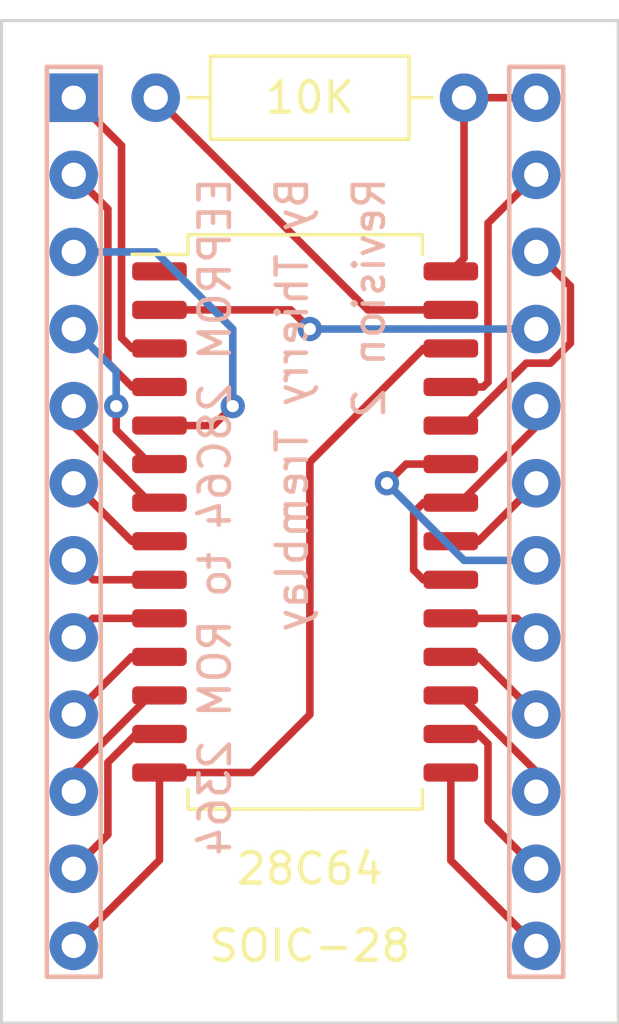
<source format=kicad_pcb>
(kicad_pcb (version 20221018) (generator pcbnew)
  (title_block (title "SOP-28 to DIP-24 ROM adapter.") (date "2024-03-24") (rev "2") (company "Thierry Tremblay"))
  (layers (0 "F.Cu" signal) (31 "B.Cu" signal) (34 "B.Paste" user) (35 "F.Paste" user) (36 "B.SilkS" user "B.Silkscreen") (37 "F.SilkS" user "F.Silkscreen") (38 "B.Mask" user) (39 "F.Mask" user) (44 "Edge.Cuts" user))
  (net 0 "")
  (net 1 "GND")
  (net 2 "/A12")
  (net 3 "/A7")
  (net 4 "/A6")
  (net 5 "/A5")
  (net 6 "/A4")
  (net 7 "/A3")
  (net 8 "/A2")
  (net 9 "/A1")
  (net 10 "/A0")
  (net 11 "/D0")
  (net 12 "/D1")
  (net 13 "/D2")
  (net 14 "/D3")
  (net 15 "/D4")
  (net 16 "/D5")
  (net 17 "/D6")
  (net 18 "/D7")
  (net 19 "Net-(U1-~{WE})")
  (net 20 "/A10")
  (net 21 "/A11")
  (net 22 "/A9")
  (net 23 "/A8")
  (net 24 "VCC")
  (net 26 "Net-(U1-~{CS})")
  (footprint "Resistor_THT:R_Axial_DIN0207_L6.3mm_D2.5mm_P10.16mm_Horizontal" (layer "F.Cu") (at 139.7 81.28 180)
    (fp_text reference "10K" (at 5.08 0) (layer "F.SilkS"))
    (fp_text value "10K")
    (fp_line (start 1.04 0) (end 1.81 0) (stroke (width 0.12)) (layer "F.SilkS"))
    (fp_line (start 1.81 -1.37) (end 1.81 1.37) (stroke (width 0.12)) (layer "F.SilkS"))
    (fp_line (start 1.81 1.37) (end 8.35 1.37) (stroke (width 0.12)) (layer "F.SilkS"))
    (fp_line (start 8.35 -1.37) (end 1.81 -1.37) (stroke (width 0.12)) (layer "F.SilkS"))
    (fp_line (start 8.35 1.37) (end 8.35 -1.37) (stroke (width 0.12)) (layer "F.SilkS"))
    (fp_line (start 9.12 0) (end 8.35 0) (stroke (width 0.12)) (layer "F.SilkS"))
    (pad "1" thru_hole circle (at 0 0 180) (size 1.6 1.6) (drill 0.8) (layers "*.Cu" "*.Mask") (net 24 "VCC"))
    (pad "2" thru_hole oval (at 10.16 0 180) (size 1.6 1.6) (drill 0.8) (layers "*.Cu" "*.Mask") (net 19 "Net-(U1-~{WE})"))
  )
  (footprint "Package_SO:SOIC-28W_7.5x18.7mm_P1.27mm" (layer "F.Cu") (at 134.465 95.255)
    (fp_text reference "28C64" (at 0.155 11.425) (layer "F.SilkS"))
    (fp_text value "EPROM_28")
    (fp_line (start -3.86 -9.46) (end -3.86 -8.815) (stroke (width 0.12)) (layer "F.SilkS"))
    (fp_line (start -3.86 -8.815) (end -5.7 -8.815) (stroke (width 0.12)) (layer "F.SilkS"))
    (fp_line (start -3.86 9.46) (end -3.86 8.815) (stroke (width 0.12)) (layer "F.SilkS"))
    (fp_line (start 0 -9.46) (end -3.86 -9.46) (stroke (width 0.12)) (layer "F.SilkS"))
    (fp_line (start 0 -9.46) (end 3.86 -9.46) (stroke (width 0.12)) (layer "F.SilkS"))
    (fp_line (start 0 9.46) (end -3.86 9.46) (stroke (width 0.12)) (layer "F.SilkS"))
    (fp_line (start 0 9.46) (end 3.86 9.46) (stroke (width 0.12)) (layer "F.SilkS"))
    (fp_line (start 3.86 -9.46) (end 3.86 -8.815) (stroke (width 0.12)) (layer "F.SilkS"))
    (fp_line (start 3.86 9.46) (end 3.86 8.815) (stroke (width 0.12)) (layer "F.SilkS"))
    (pad "1" smd roundrect (at -4.8 -8.255) (size 1.8 0.6) (layers "F.Cu" "F.Paste" "F.Mask"))
    (pad "2" smd roundrect (at -4.8 -6.985) (size 1.8 0.6) (layers "F.Cu" "F.Paste" "F.Mask") (net 2 "/A12"))
    (pad "3" smd roundrect (at -4.8 -5.715) (size 1.8 0.6) (layers "F.Cu" "F.Paste" "F.Mask") (net 3 "/A7"))
    (pad "4" smd roundrect (at -4.8 -4.445) (size 1.8 0.6) (layers "F.Cu" "F.Paste" "F.Mask") (net 4 "/A6"))
    (pad "5" smd roundrect (at -4.8 -3.175) (size 1.8 0.6) (layers "F.Cu" "F.Paste" "F.Mask") (net 5 "/A5"))
    (pad "6" smd roundrect (at -4.8 -1.905) (size 1.8 0.6) (layers "F.Cu" "F.Paste" "F.Mask") (net 6 "/A4"))
    (pad "7" smd roundrect (at -4.8 -0.635) (size 1.8 0.6) (layers "F.Cu" "F.Paste" "F.Mask") (net 7 "/A3"))
    (pad "8" smd roundrect (at -4.8 0.635) (size 1.8 0.6) (layers "F.Cu" "F.Paste" "F.Mask") (net 8 "/A2"))
    (pad "9" smd roundrect (at -4.8 1.905) (size 1.8 0.6) (layers "F.Cu" "F.Paste" "F.Mask") (net 9 "/A1"))
    (pad "10" smd roundrect (at -4.8 3.175) (size 1.8 0.6) (layers "F.Cu" "F.Paste" "F.Mask") (net 10 "/A0"))
    (pad "11" smd roundrect (at -4.8 4.445) (size 1.8 0.6) (layers "F.Cu" "F.Paste" "F.Mask") (net 11 "/D0"))
    (pad "12" smd roundrect (at -4.8 5.715) (size 1.8 0.6) (layers "F.Cu" "F.Paste" "F.Mask") (net 12 "/D1"))
    (pad "13" smd roundrect (at -4.8 6.985) (size 1.8 0.6) (layers "F.Cu" "F.Paste" "F.Mask") (net 13 "/D2"))
    (pad "14" smd roundrect (at -4.8 8.255) (size 1.8 0.6) (layers "F.Cu" "F.Paste" "F.Mask") (net 1 "GND"))
    (pad "15" smd roundrect (at 4.8 8.255) (size 1.8 0.6) (layers "F.Cu" "F.Paste" "F.Mask") (net 14 "/D3"))
    (pad "16" smd roundrect (at 4.8 6.985) (size 1.8 0.6) (layers "F.Cu" "F.Paste" "F.Mask") (net 15 "/D4"))
    (pad "17" smd roundrect (at 4.8 5.715) (size 1.8 0.6) (layers "F.Cu" "F.Paste" "F.Mask") (net 16 "/D5"))
    (pad "18" smd roundrect (at 4.8 4.445) (size 1.8 0.6) (layers "F.Cu" "F.Paste" "F.Mask") (net 17 "/D6"))
    (pad "19" smd roundrect (at 4.8 3.175) (size 1.8 0.6) (layers "F.Cu" "F.Paste" "F.Mask") (net 18 "/D7"))
    (pad "20" smd roundrect (at 4.8 1.905) (size 1.8 0.6) (layers "F.Cu" "F.Paste" "F.Mask") (net 26 "Net-(U1-~{CS})"))
    (pad "21" smd roundrect (at 4.8 0.635) (size 1.8 0.6) (layers "F.Cu" "F.Paste" "F.Mask") (net 20 "/A10"))
    (pad "22" smd roundrect (at 4.8 -0.635) (size 1.8 0.6) (layers "F.Cu" "F.Paste" "F.Mask") (net 26 "Net-(U1-~{CS})"))
    (pad "23" smd roundrect (at 4.8 -1.905) (size 1.8 0.6) (layers "F.Cu" "F.Paste" "F.Mask") (net 21 "/A11"))
    (pad "24" smd roundrect (at 4.8 -3.175) (size 1.8 0.6) (layers "F.Cu" "F.Paste" "F.Mask") (net 22 "/A9"))
    (pad "25" smd roundrect (at 4.8 -4.445) (size 1.8 0.6) (layers "F.Cu" "F.Paste" "F.Mask") (net 23 "/A8"))
    (pad "26" smd roundrect (at 4.8 -5.715) (size 1.8 0.6) (layers "F.Cu" "F.Paste" "F.Mask") (net 1 "GND"))
    (pad "27" smd roundrect (at 4.8 -6.985) (size 1.8 0.6) (layers "F.Cu" "F.Paste" "F.Mask") (net 19 "Net-(U1-~{WE})"))
    (pad "28" smd roundrect (at 4.8 -8.255) (size 1.8 0.6) (layers "F.Cu" "F.Paste" "F.Mask") (net 24 "VCC"))
  )
  (footprint "Library:DIP-24_W15.24mm-Notch" (layer "F.Cu") (at 126.84 81.28)
    (fp_text reference "U2" hide)
    (fp_text value "ROM_24" hide)
    (fp_line (start -0.889 -1.016) (end 0.889 -1.016) (stroke (width 0.15)) (layer "B.SilkS"))
    (fp_line (start -0.889 28.956) (end -0.889 -1.016) (stroke (width 0.15)) (layer "B.SilkS"))
    (fp_line (start 0.889 -1.016) (end 0.889 28.956) (stroke (width 0.15)) (layer "B.SilkS"))
    (fp_line (start 0.889 28.956) (end -0.889 28.956) (stroke (width 0.15)) (layer "B.SilkS"))
    (fp_line (start 14.351 -1.016) (end 16.129 -1.016) (stroke (width 0.15)) (layer "B.SilkS"))
    (fp_line (start 14.351 28.956) (end 14.351 -1.016) (stroke (width 0.15)) (layer "B.SilkS"))
    (fp_line (start 16.129 -1.016) (end 16.129 28.956) (stroke (width 0.15)) (layer "B.SilkS"))
    (fp_line (start 16.129 28.956) (end 14.351 28.956) (stroke (width 0.15)) (layer "B.SilkS"))
    (pad "1" thru_hole rect (at 0 0) (size 1.6 1.6) (drill 0.8) (layers "*.Cu" "*.Mask") (net 3 "/A7"))
    (pad "2" thru_hole oval (at 0 2.54) (size 1.6 1.6) (drill 0.8) (layers "*.Cu" "*.Mask") (net 4 "/A6"))
    (pad "3" thru_hole oval (at 0 5.08) (size 1.6 1.6) (drill 0.8) (layers "*.Cu" "*.Mask") (net 5 "/A5"))
    (pad "4" thru_hole oval (at 0 7.62) (size 1.6 1.6) (drill 0.8) (layers "*.Cu" "*.Mask") (net 6 "/A4"))
    (pad "5" thru_hole oval (at 0 10.16) (size 1.6 1.6) (drill 0.8) (layers "*.Cu" "*.Mask") (net 7 "/A3"))
    (pad "6" thru_hole oval (at 0 12.7) (size 1.6 1.6) (drill 0.8) (layers "*.Cu" "*.Mask") (net 8 "/A2"))
    (pad "7" thru_hole oval (at 0 15.24) (size 1.6 1.6) (drill 0.8) (layers "*.Cu" "*.Mask") (net 9 "/A1"))
    (pad "8" thru_hole oval (at 0 17.78) (size 1.6 1.6) (drill 0.8) (layers "*.Cu" "*.Mask") (net 10 "/A0"))
    (pad "9" thru_hole oval (at 0 20.32) (size 1.6 1.6) (drill 0.8) (layers "*.Cu" "*.Mask") (net 11 "/D0"))
    (pad "10" thru_hole oval (at 0 22.86) (size 1.6 1.6) (drill 0.8) (layers "*.Cu" "*.Mask") (net 12 "/D1"))
    (pad "11" thru_hole oval (at 0 25.4) (size 1.6 1.6) (drill 0.8) (layers "*.Cu" "*.Mask") (net 13 "/D2"))
    (pad "12" thru_hole oval (at 0 27.94) (size 1.6 1.6) (drill 0.8) (layers "*.Cu" "*.Mask") (net 1 "GND"))
    (pad "13" thru_hole oval (at 15.24 27.94) (size 1.6 1.6) (drill 0.8) (layers "*.Cu" "*.Mask") (net 14 "/D3"))
    (pad "14" thru_hole oval (at 15.24 25.4) (size 1.6 1.6) (drill 0.8) (layers "*.Cu" "*.Mask") (net 15 "/D4"))
    (pad "15" thru_hole oval (at 15.24 22.86) (size 1.6 1.6) (drill 0.8) (layers "*.Cu" "*.Mask") (net 16 "/D5"))
    (pad "16" thru_hole oval (at 15.24 20.32) (size 1.6 1.6) (drill 0.8) (layers "*.Cu" "*.Mask") (net 17 "/D6"))
    (pad "17" thru_hole oval (at 15.24 17.78) (size 1.6 1.6) (drill 0.8) (layers "*.Cu" "*.Mask") (net 18 "/D7"))
    (pad "18" thru_hole oval (at 15.24 15.24) (size 1.6 1.6) (drill 0.8) (layers "*.Cu" "*.Mask") (net 21 "/A11"))
    (pad "19" thru_hole oval (at 15.24 12.7) (size 1.6 1.6) (drill 0.8) (layers "*.Cu" "*.Mask") (net 20 "/A10"))
    (pad "20" thru_hole oval (at 15.24 10.16) (size 1.6 1.6) (drill 0.8) (layers "*.Cu" "*.Mask") (net 26 "Net-(U1-~{CS})"))
    (pad "21" thru_hole oval (at 15.24 7.62) (size 1.6 1.6) (drill 0.8) (layers "*.Cu" "*.Mask") (net 2 "/A12"))
    (pad "22" thru_hole oval (at 15.24 5.08) (size 1.6 1.6) (drill 0.8) (layers "*.Cu" "*.Mask") (net 22 "/A9"))
    (pad "23" thru_hole oval (at 15.24 2.54) (size 1.6 1.6) (drill 0.8) (layers "*.Cu" "*.Mask") (net 23 "/A8"))
    (pad "24" thru_hole oval (at 15.24 0) (size 1.6 1.6) (drill 0.8) (layers "*.Cu" "*.Mask") (net 24 "VCC"))
  )
  (gr_rect (start 124.46 78.74) (end 144.78 111.76) (stroke (width 0.1)) (fill none) (layer "Edge.Cuts"))
  (gr_text "EEPROM 28C64 to ROM 2364\n" (at 132.08 83.82 90) (layer "B.SilkS") (effects (font (size 1 1)) (justify left bottom mirror)))
  (gr_text "By Thierry Tremblay" (at 134.62 83.82 90) (layer "B.SilkS") (effects (font (size 1 1)) (justify left bottom mirror)))
  (gr_text "Revision 2" (at 137.16 83.82 90) (layer "B.SilkS") (effects (font (size 1 1)) (justify left bottom mirror)))
  (gr_text "SOIC-28" (at 134.62 109.22) (layer "F.SilkS") (effects (font (size 1 1))))
  (segment (start 134.62 93.285001) (end 138.365001 89.54) (width 0.25) (layer "F.Cu") (net 1))
  (segment (start 126.84 109.22) (end 129.665 106.395) (width 0.25) (layer "F.Cu") (net 1))
  (segment (start 134.62 101.6) (end 134.62 93.285001) (width 0.25) (layer "F.Cu") (net 1))
  (segment (start 129.665 106.395) (end 129.665 103.51) (width 0.25) (layer "F.Cu") (net 1))
  (segment (start 138.365001 89.54) (end 139.265 89.54) (width 0.25) (layer "F.Cu") (net 1))
  (segment (start 129.665 103.51) (end 132.71 103.51) (width 0.25) (layer "F.Cu") (net 1))
  (segment (start 132.71 103.51) (end 134.62 101.6) (width 0.25) (layer "F.Cu") (net 1))
  (segment (start 133.99 88.27) (end 129.665 88.27) (width 0.25) (layer "F.Cu") (net 2))
  (segment (start 134.62 88.9) (end 133.99 88.27) (width 0.25) (layer "F.Cu") (net 2))
  (via (at 134.62 88.9) (size 0.8) (drill 0.4) (layers "F.Cu" "B.Cu") (net 2))
  (segment (start 134.62 88.9) (end 142.08 88.9) (width 0.25) (layer "B.Cu") (net 2))
  (segment (start 128.415 82.855) (end 126.84 81.28) (width 0.25) (layer "F.Cu") (net 3))
  (segment (start 129.665 89.54) (end 128.765001 89.54) (width 0.25) (layer "F.Cu") (net 3))
  (segment (start 128.415 89.189999) (end 128.415 82.855) (width 0.25) (layer "F.Cu") (net 3))
  (segment (start 128.765001 89.54) (end 128.415 89.189999) (width 0.25) (layer "F.Cu") (net 3))
  (segment (start 127.965 84.945) (end 126.84 83.82) (width 0.25) (layer "F.Cu") (net 4))
  (segment (start 128.765001 90.81) (end 127.965 90.009999) (width 0.25) (layer "F.Cu") (net 4))
  (segment (start 129.665 90.81) (end 128.765001 90.81) (width 0.25) (layer "F.Cu") (net 4))
  (segment (start 127.965 90.009999) (end 127.965 84.945) (width 0.25) (layer "F.Cu") (net 4))
  (segment (start 131.44 92.08) (end 132.08 91.44) (width 0.25) (layer "F.Cu") (net 5))
  (segment (start 129.665 92.08) (end 131.44 92.08) (width 0.25) (layer "F.Cu") (net 5))
  (via (at 132.08 91.44) (size 0.8) (drill 0.4) (layers "F.Cu" "B.Cu") (net 5))
  (segment (start 132.08 88.9) (end 129.54 86.36) (width 0.25) (layer "B.Cu") (net 5))
  (segment (start 132.08 91.44) (end 132.08 88.9) (width 0.25) (layer "B.Cu") (net 5))
  (segment (start 129.54 86.36) (end 126.84 86.36) (width 0.25) (layer "B.Cu") (net 5))
  (segment (start 128.239503 92.230411) (end 128.239503 91.44) (width 0.25) (layer "F.Cu") (net 6))
  (segment (start 129.665 93.35) (end 129.359092 93.35) (width 0.25) (layer "F.Cu") (net 6))
  (segment (start 129.359092 93.35) (end 128.239503 92.230411) (width 0.25) (layer "F.Cu") (net 6))
  (via (at 128.239503 91.44) (size 0.8) (drill 0.4) (layers "F.Cu" "B.Cu") (net 6))
  (segment (start 128.239503 90.299503) (end 126.84 88.9) (width 0.25) (layer "B.Cu") (net 6))
  (segment (start 128.239503 91.44) (end 128.239503 90.299503) (width 0.25) (layer "B.Cu") (net 6))
  (segment (start 129.665 94.62) (end 129.359092 94.62) (width 0.25) (layer "F.Cu") (net 7))
  (segment (start 126.84 92.100908) (end 126.84 91.44) (width 0.25) (layer "F.Cu") (net 7))
  (segment (start 129.359092 94.62) (end 126.84 92.100908) (width 0.25) (layer "F.Cu") (net 7))
  (segment (start 129.665 95.89) (end 128.75 95.89) (width 0.25) (layer "F.Cu") (net 8))
  (segment (start 128.75 95.89) (end 126.84 93.98) (width 0.25) (layer "F.Cu") (net 8))
  (segment (start 129.665 97.16) (end 127.48 97.16) (width 0.25) (layer "F.Cu") (net 9))
  (segment (start 127.48 97.16) (end 126.84 96.52) (width 0.25) (layer "F.Cu") (net 9))
  (segment (start 127.47 98.43) (end 126.84 99.06) (width 0.25) (layer "F.Cu") (net 10))
  (segment (start 129.665 98.43) (end 127.47 98.43) (width 0.25) (layer "F.Cu") (net 10))
  (segment (start 128.74 99.7) (end 126.84 101.6) (width 0.25) (layer "F.Cu") (net 11))
  (segment (start 129.665 99.7) (end 128.74 99.7) (width 0.25) (layer "F.Cu") (net 11))
  (segment (start 129.359092 100.97) (end 129.665 100.97) (width 0.25) (layer "F.Cu") (net 12))
  (segment (start 126.84 103.489092) (end 129.359092 100.97) (width 0.25) (layer "F.Cu") (net 12))
  (segment (start 126.84 104.14) (end 126.84 103.489092) (width 0.25) (layer "F.Cu") (net 12))
  (segment (start 127.965 105.555) (end 127.965 103.175) (width 0.25) (layer "F.Cu") (net 13))
  (segment (start 128.9 102.24) (end 129.665 102.24) (width 0.25) (layer "F.Cu") (net 13))
  (segment (start 126.84 106.68) (end 127.965 105.555) (width 0.25) (layer "F.Cu") (net 13))
  (segment (start 127.965 103.175) (end 128.9 102.24) (width 0.25) (layer "F.Cu") (net 13))
  (segment (start 142.08 109.22) (end 139.265 106.405) (width 0.25) (layer "F.Cu") (net 14))
  (segment (start 139.265 106.405) (end 139.265 103.51) (width 0.25) (layer "F.Cu") (net 14))
  (segment (start 140.49 105.09) (end 142.08 106.68) (width 0.25) (layer "F.Cu") (net 15))
  (segment (start 140.164999 102.24) (end 140.49 102.565001) (width 0.25) (layer "F.Cu") (net 15))
  (segment (start 140.49 102.565001) (end 140.49 105.09) (width 0.25) (layer "F.Cu") (net 15))
  (segment (start 139.265 102.24) (end 140.164999 102.24) (width 0.25) (layer "F.Cu") (net 15))
  (segment (start 142.08 104.14) (end 142.08 103.479092) (width 0.25) (layer "F.Cu") (net 16))
  (segment (start 139.570908 100.97) (end 139.265 100.97) (width 0.25) (layer "F.Cu") (net 16))
  (segment (start 142.08 103.479092) (end 139.570908 100.97) (width 0.25) (layer "F.Cu") (net 16))
  (segment (start 142.08 101.6) (end 140.18 99.7) (width 0.25) (layer "F.Cu") (net 17))
  (segment (start 140.18 99.7) (end 139.265 99.7) (width 0.25) (layer "F.Cu") (net 17))
  (segment (start 139.265 98.43) (end 141.45 98.43) (width 0.25) (layer "F.Cu") (net 18))
  (segment (start 141.45 98.43) (end 142.08 99.06) (width 0.25) (layer "F.Cu") (net 18))
  (segment (start 136.53 88.27) (end 139.265 88.27) (width 0.25) (layer "F.Cu") (net 19))
  (segment (start 129.54 81.28) (end 136.53 88.27) (width 0.25) (layer "F.Cu") (net 19))
  (segment (start 139.265 95.89) (end 140.17 95.89) (width 0.25) (layer "F.Cu") (net 20))
  (segment (start 140.17 95.89) (end 142.08 93.98) (width 0.25) (layer "F.Cu") (net 20))
  (segment (start 139.570908 93.35) (end 139.265 93.35) (width 0.25) (layer "F.Cu") (net 21))
  (segment (start 137.79 93.35) (end 137.16 93.98) (width 0.25) (layer "F.Cu") (net 21))
  (segment (start 142.08 96.52) (end 142.08 95.859092) (width 0.25) (layer "F.Cu") (net 21))
  (segment (start 142.08 96.52) (end 142.24 96.52) (width 0.25) (layer "F.Cu") (net 21))
  (segment (start 139.265 93.35) (end 137.79 93.35) (width 0.25) (layer "F.Cu") (net 21))
  (via (at 137.16 93.98) (size 0.8) (drill 0.4) (layers "F.Cu" "B.Cu") (net 21))
  (segment (start 137.16 93.98) (end 139.7 96.52) (width 0.25) (layer "B.Cu") (net 21))
  (segment (start 139.7 96.52) (end 142.08 96.52) (width 0.25) (layer "B.Cu") (net 21))
  (segment (start 139.265 92.08) (end 139.696396 92.08) (width 0.25) (layer "F.Cu") (net 22))
  (segment (start 143.205 87.485) (end 142.08 86.36) (width 0.25) (layer "F.Cu") (net 22))
  (segment (start 139.696396 92.08) (end 141.751396 90.025) (width 0.25) (layer "F.Cu") (net 22))
  (segment (start 142.545991 90.025) (end 143.205 89.365991) (width 0.25) (layer "F.Cu") (net 22))
  (segment (start 141.751396 90.025) (end 142.545991 90.025) (width 0.25) (layer "F.Cu") (net 22))
  (segment (start 143.205 89.365991) (end 143.205 87.485) (width 0.25) (layer "F.Cu") (net 22))
  (segment (start 140.49 85.41) (end 140.49 90.65) (width 0.25) (layer "F.Cu") (net 23))
  (segment (start 142.08 83.82) (end 140.49 85.41) (width 0.25) (layer "F.Cu") (net 23))
  (segment (start 140.49 90.65) (end 140.33 90.81) (width 0.25) (layer "F.Cu") (net 23))
  (segment (start 140.33 90.81) (end 139.265 90.81) (width 0.25) (layer "F.Cu") (net 23))
  (segment (start 139.265 87) (end 139.7 86.565) (width 0.25) (layer "F.Cu") (net 24))
  (segment (start 142.08 81.28) (end 139.7 81.28) (width 0.25) (layer "F.Cu") (net 24))
  (segment (start 139.7 86.565) (end 139.7 81.28) (width 0.25) (layer "F.Cu") (net 24))
  (segment (start 142.08 91.44) (end 142.08 92.110908) (width 0.25) (layer "F.Cu") (net 26))
  (segment (start 138.365001 97.16) (end 138.04 96.834999) (width 0.25) (layer "F.Cu") (net 26))
  (segment (start 138.04 96.834999) (end 138.04 94.945001) (width 0.25) (layer "F.Cu") (net 26))
  (segment (start 139.570908 94.62) (end 139.265 94.62) (width 0.25) (layer "F.Cu") (net 26))
  (segment (start 142.08 92.110908) (end 139.570908 94.62) (width 0.25) (layer "F.Cu") (net 26))
  (segment (start 139.265 97.16) (end 138.365001 97.16) (width 0.25) (layer "F.Cu") (net 26))
  (segment (start 138.365001 94.62) (end 139.265 94.62) (width 0.25) (layer "F.Cu") (net 26))
  (segment (start 138.04 94.945001) (end 138.365001 94.62) (width 0.25) (layer "F.Cu") (net 26))
)
</source>
